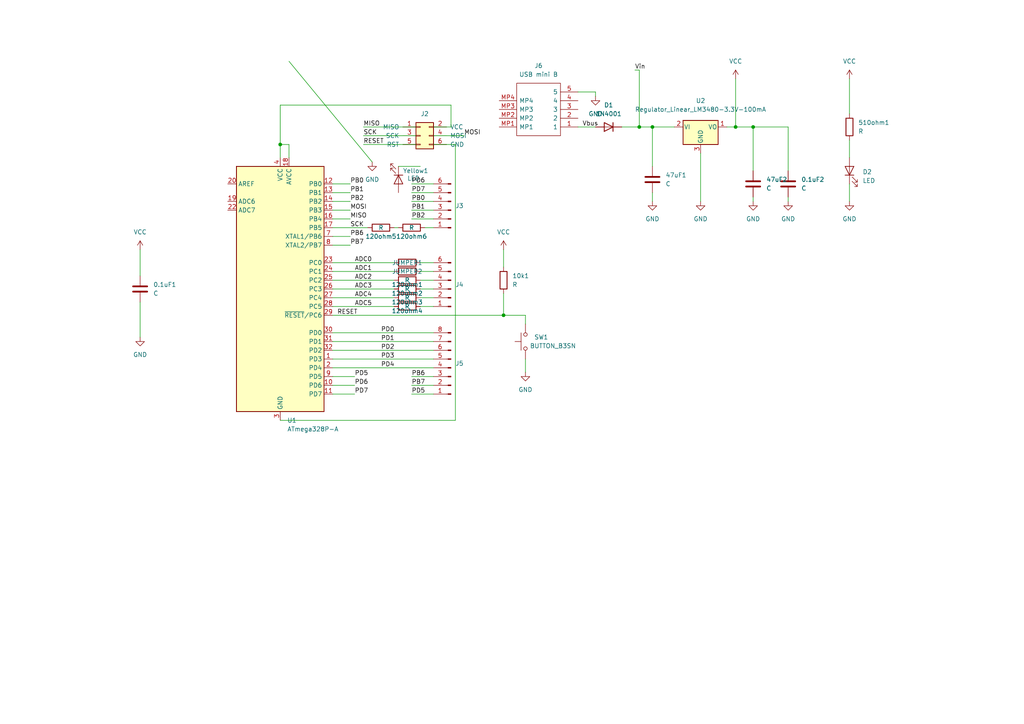
<source format=kicad_sch>
(kicad_sch (version 20211123) (generator eeschema)
  (paper "A4")
  (title_block (title "FabAc board Florian Becker") (date "2022-03-31"))
  (lib_symbols
    (symbol "Conn_PinHeader_2x03_P2.54mm_Vertical_SMD_1" (pin_names (offset 1.016))
      (property "Reference" "J?" (at 1.27 8.89 0))
      (property "Value" "Conn_PinHeader_2x03_P2.54mm_Vertical_SMD" (at 1.27 6.35 0))
      (symbol "Conn_PinHeader_2x03_P2.54mm_Vertical_SMD_1_1_1"
        (rectangle (start -1.27 -2.413) (end 0 -2.667) (stroke (width 0.1524)))
        (rectangle (start -1.27 0.127) (end 0 -0.127) (stroke (width 0.1524)))
        (rectangle (start -1.27 2.667) (end 0 2.413) (stroke (width 0.1524)))
        (rectangle (start -1.27 3.81) (end 3.81 -3.81) (stroke (width 0.254)) (fill (type background)))
        (rectangle (start 3.81 -2.413) (end 2.54 -2.667) (stroke (width 0.1524)))
        (rectangle (start 3.81 0.127) (end 2.54 -0.127) (stroke (width 0.1524)))
        (rectangle (start 3.81 2.667) (end 2.54 2.413) (stroke (width 0.1524)))
        (pin passive line (at -1.27 2.54 180) (length 3.81) (name "MISO") (number "1"))
        (pin passive line (at 3.81 2.54 0) (length 3.81) (name "VCC") (number "2"))
        (pin passive line (at -1.27 0 180) (length 3.81) (name "SCK") (number "3"))
        (pin passive line (at 3.81 0 0) (length 3.81) (name "MOSI") (number "4"))
        (pin passive line (at -1.27 -2.54 180) (length 3.81) (name "RST") (number "5"))
        (pin passive line (at 3.81 -2.54 0) (length 3.81) (name "GND") (number "6"))
      )
    )
    (symbol "Diode:1N4001" (pin_numbers hide) (pin_names (offset 1.016) hide)
      (property "Reference" "D" (at 0 2.54 0))
      (property "Value" "1N4001" (at 0 -2.54 0))
      (symbol "1N4001_0_1"
        (polyline (pts (xy -1.27 1.27) (xy -1.27 -1.27)) (stroke (width 0.254)))
        (polyline (pts (xy 1.27 0) (xy -1.27 0)))
        (polyline (pts (xy 1.27 1.27) (xy 1.27 -1.27) (xy -1.27 0) (xy 1.27 1.27)) (stroke (width 0.254)))
      )
      (symbol "1N4001_1_1"
        (pin passive line (at -3.81 0 0) (length 2.54) (name "K") (number "1"))
        (pin passive line (at 3.81 0 180) (length 2.54) (name "A") (number "2"))
      )
    )
    (symbol "MCU_Microchip_ATmega:ATmega328P-A"
      (property "Reference" "U" (at -12.7 36.83 0))
      (property "Value" "ATmega328P-A" (at 2.54 -36.83 0))
      (symbol "ATmega328P-A_0_1"
        (rectangle (start -12.7 -35.56) (end 12.7 35.56) (stroke (width 0.254)) (fill (type background)))
      )
      (symbol "ATmega328P-A_1_1"
        (pin bidirectional line (at 15.24 -20.32 180) (length 2.54) (name "PD3") (number "1"))
        (pin bidirectional line (at 15.24 -27.94 180) (length 2.54) (name "PD6") (number "10"))
        (pin bidirectional line (at 15.24 -30.48 180) (length 2.54) (name "PD7") (number "11"))
        (pin bidirectional line (at 15.24 30.48 180) (length 2.54) (name "PB0") (number "12"))
        (pin bidirectional line (at 15.24 27.94 180) (length 2.54) (name "PB1") (number "13"))
        (pin bidirectional line (at 15.24 25.4 180) (length 2.54) (name "PB2") (number "14"))
        (pin bidirectional line (at 15.24 22.86 180) (length 2.54) (name "PB3") (number "15"))
        (pin bidirectional line (at 15.24 20.32 180) (length 2.54) (name "PB4") (number "16"))
        (pin bidirectional line (at 15.24 17.78 180) (length 2.54) (name "PB5") (number "17"))
        (pin power_in line (at 2.54 38.1 270) (length 2.54) (name "AVCC") (number "18"))
        (pin input line (at -15.24 25.4 0) (length 2.54) (name "ADC6") (number "19"))
        (pin bidirectional line (at 15.24 -22.86 180) (length 2.54) (name "PD4") (number "2"))
        (pin passive line (at -15.24 30.48 0) (length 2.54) (name "AREF") (number "20"))
        (pin passive line (at 0 -38.1 90) (length 2.54) hide (name "GND") (number "21"))
        (pin input line (at -15.24 22.86 0) (length 2.54) (name "ADC7") (number "22"))
        (pin bidirectional line (at 15.24 7.62 180) (length 2.54) (name "PC0") (number "23"))
        (pin bidirectional line (at 15.24 5.08 180) (length 2.54) (name "PC1") (number "24"))
        (pin bidirectional line (at 15.24 2.54 180) (length 2.54) (name "PC2") (number "25"))
        (pin bidirectional line (at 15.24 0 180) (length 2.54) (name "PC3") (number "26"))
        (pin bidirectional line (at 15.24 -2.54 180) (length 2.54) (name "PC4") (number "27"))
        (pin bidirectional line (at 15.24 -5.08 180) (length 2.54) (name "PC5") (number "28"))
        (pin bidirectional line (at 15.24 -7.62 180) (length 2.54) (name "~{RESET}/PC6") (number "29"))
        (pin power_in line (at 0 -38.1 90) (length 2.54) (name "GND") (number "3"))
        (pin bidirectional line (at 15.24 -12.7 180) (length 2.54) (name "PD0") (number "30"))
        (pin bidirectional line (at 15.24 -15.24 180) (length 2.54) (name "PD1") (number "31"))
        (pin bidirectional line (at 15.24 -17.78 180) (length 2.54) (name "PD2") (number "32"))
        (pin power_in line (at 0 38.1 270) (length 2.54) (name "VCC") (number "4"))
        (pin passive line (at 0 -38.1 90) (length 2.54) hide (name "GND") (number "5"))
        (pin passive line (at 0 38.1 270) (length 2.54) hide (name "VCC") (number "6"))
        (pin bidirectional line (at 15.24 15.24 180) (length 2.54) (name "XTAL1/PB6") (number "7"))
        (pin bidirectional line (at 15.24 12.7 180) (length 2.54) (name "XTAL2/PB7") (number "8"))
        (pin bidirectional line (at 15.24 -25.4 180) (length 2.54) (name "PD5") (number "9"))
      )
    )
    (symbol "SamacSys_Parts:USB2066-05-RBHM-15-STB-00-00-A" (pin_names (offset 0.762))
      (property "Reference" "J" (at 19.05 7.62 0))
      (property "Value" "USB2066-05-RBHM-15-STB-00-00-A" (at 19.05 5.08 0))
      (symbol "USB2066-05-RBHM-15-STB-00-00-A_0_0"
        (pin passive line (at 0 0 0) (length 5.08) (name "1") (number "1"))
        (pin passive line (at 0 -2.54 0) (length 5.08) (name "2") (number "2"))
        (pin passive line (at 0 -5.08 0) (length 5.08) (name "3") (number "3"))
        (pin passive line (at 0 -7.62 0) (length 5.08) (name "4") (number "4"))
        (pin passive line (at 0 -10.16 0) (length 5.08) (name "5") (number "5"))
        (pin passive line (at 22.86 0 180) (length 5.08) (name "MP1") (number "MP1"))
        (pin passive line (at 22.86 -2.54 180) (length 5.08) (name "MP2") (number "MP2"))
        (pin passive line (at 22.86 -5.08 180) (length 5.08) (name "MP3") (number "MP3"))
        (pin passive line (at 22.86 -7.62 180) (length 5.08) (name "MP4") (number "MP4"))
      )
      (symbol "USB2066-05-RBHM-15-STB-00-00-A_0_1"
        (polyline (pts (xy 5.08 2.54) (xy 17.78 2.54) (xy 17.78 -12.7) (xy 5.08 -12.7) (xy 5.08 2.54)) (stroke (width 0.1524)))
      )
    )
    (symbol "fab:BUTTON_B3SN" (pin_numbers hide) (pin_names (offset 1.016) hide)
      (property "Reference" "SW" (at 1.27 2.54 0))
      (property "Value" "BUTTON_B3SN" (at 0 -1.524 0))
      (symbol "BUTTON_B3SN_0_1"
        (circle (center -2.032 0) (radius 0.508))
        (polyline (pts (xy 0 1.27) (xy 0 3.048)))
        (polyline (pts (xy 2.54 1.27) (xy -2.54 1.27)))
        (circle (center 2.032 0) (radius 0.508))
        (pin passive line (at -5.08 0 0) (length 2.54) (name "1") (number "1"))
        (pin passive line (at 5.08 0 180) (length 2.54) (name "2") (number "2"))
      )
    )
    (symbol "fab:C" (pin_numbers hide) (pin_names (offset 0.254))
      (property "Reference" "C" (at 0.635 2.54 0))
      (property "Value" "C" (at 0.635 -2.54 0))
      (symbol "C_0_1"
        (polyline (pts (xy -2.032 -0.762) (xy 2.032 -0.762)) (stroke (width 0.508)))
        (polyline (pts (xy -2.032 0.762) (xy 2.032 0.762)) (stroke (width 0.508)))
      )
      (symbol "C_1_1"
        (pin passive line (at 0 3.81 270) (length 2.794) (name "~") (number "1"))
        (pin passive line (at 0 -3.81 90) (length 2.794) (name "~") (number "2"))
      )
    )
    (symbol "fab:Conn_PinHeader_1x06_P2.54mm_Horizontal_SMD" (pin_names (offset 1.016) hide)
      (property "Reference" "J" (at 0 7.62 0))
      (property "Value" "Conn_PinHeader_1x06_P2.54mm_Horizontal_SMD" (at 0 -10.16 0))
      (symbol "Conn_PinHeader_1x06_P2.54mm_Horizontal_SMD_1_1"
        (polyline (pts (xy 1.27 -7.62) (xy 0.8636 -7.62)) (stroke (width 0.1524)))
        (polyline (pts (xy 1.27 -5.08) (xy 0.8636 -5.08)) (stroke (width 0.1524)))
        (polyline (pts (xy 1.27 -2.54) (xy 0.8636 -2.54)) (stroke (width 0.1524)))
        (polyline (pts (xy 1.27 0) (xy 0.8636 0)) (stroke (width 0.1524)))
        (polyline (pts (xy 1.27 2.54) (xy 0.8636 2.54)) (stroke (width 0.1524)))
        (polyline (pts (xy 1.27 5.08) (xy 0.8636 5.08)) (stroke (width 0.1524)))
        (rectangle (start 0.8636 -7.493) (end 0 -7.747) (stroke (width 0.1524)) (fill (type outline)))
        (rectangle (start 0.8636 -4.953) (end 0 -5.207) (stroke (width 0.1524)) (fill (type outline)))
        (rectangle (start 0.8636 -2.413) (end 0 -2.667) (stroke (width 0.1524)) (fill (type outline)))
        (rectangle (start 0.8636 0.127) (end 0 -0.127) (stroke (width 0.1524)) (fill (type outline)))
        (rectangle (start 0.8636 2.667) (end 0 2.413) (stroke (width 0.1524)) (fill (type outline)))
        (rectangle (start 0.8636 5.207) (end 0 4.953) (stroke (width 0.1524)) (fill (type outline)))
        (pin passive line (at 5.08 5.08 180) (length 3.81) (name "Pin_1") (number "1"))
        (pin passive line (at 5.08 2.54 180) (length 3.81) (name "Pin_2") (number "2"))
        (pin passive line (at 5.08 0 180) (length 3.81) (name "Pin_3") (number "3"))
        (pin passive line (at 5.08 -2.54 180) (length 3.81) (name "Pin_4") (number "4"))
        (pin passive line (at 5.08 -5.08 180) (length 3.81) (name "Pin_5") (number "5"))
        (pin passive line (at 5.08 -7.62 180) (length 3.81) (name "Pin_6") (number "6"))
      )
    )
    (symbol "fab:Conn_PinHeader_1x08_P2.54mm_Horizontal_SMD" (pin_names (offset 1.016) hide)
      (property "Reference" "J" (at 0 10.16 0))
      (property "Value" "Conn_PinHeader_1x08_P2.54mm_Horizontal_SMD" (at 0 -12.7 0))
      (symbol "Conn_PinHeader_1x08_P2.54mm_Horizontal_SMD_1_1"
        (polyline (pts (xy 1.27 -10.16) (xy 0.8636 -10.16)) (stroke (width 0.1524)))
        (polyline (pts (xy 1.27 -7.62) (xy 0.8636 -7.62)) (stroke (width 0.1524)))
        (polyline (pts (xy 1.27 -5.08) (xy 0.8636 -5.08)) (stroke (width 0.1524)))
        (polyline (pts (xy 1.27 -2.54) (xy 0.8636 -2.54)) (stroke (width 0.1524)))
        (polyline (pts (xy 1.27 0) (xy 0.8636 0)) (stroke (width 0.1524)))
        (polyline (pts (xy 1.27 2.54) (xy 0.8636 2.54)) (stroke (width 0.1524)))
        (polyline (pts (xy 1.27 5.08) (xy 0.8636 5.08)) (stroke (width 0.1524)))
        (polyline (pts (xy 1.27 7.62) (xy 0.8636 7.62)) (stroke (width 0.1524)))
        (rectangle (start 0.8636 -10.033) (end 0 -10.287) (stroke (width 0.1524)) (fill (type outline)))
        (rectangle (start 0.8636 -7.493) (end 0 -7.747) (stroke (width 0.1524)) (fill (type outline)))
        (rectangle (start 0.8636 -4.953) (end 0 -5.207) (stroke (width 0.1524)) (fill (type outline)))
        (rectangle (start 0.8636 -2.413) (end 0 -2.667) (stroke (width 0.1524)) (fill (type outline)))
        (rectangle (start 0.8636 0.127) (end 0 -0.127) (stroke (width 0.1524)) (fill (type outline)))
        (rectangle (start 0.8636 2.667) (end 0 2.413) (stroke (width 0.1524)) (fill (type outline)))
        (rectangle (start 0.8636 5.207) (end 0 4.953) (stroke (width 0.1524)) (fill (type outline)))
        (rectangle (start 0.8636 7.747) (end 0 7.493) (stroke (width 0.1524)) (fill (type outline)))
        (pin passive line (at 5.08 7.62 180) (length 3.81) (name "Pin_1") (number "1"))
        (pin passive line (at 5.08 5.08 180) (length 3.81) (name "Pin_2") (number "2"))
        (pin passive line (at 5.08 2.54 180) (length 3.81) (name "Pin_3") (number "3"))
        (pin passive line (at 5.08 0 180) (length 3.81) (name "Pin_4") (number "4"))
        (pin passive line (at 5.08 -2.54 180) (length 3.81) (name "Pin_5") (number "5"))
        (pin passive line (at 5.08 -5.08 180) (length 3.81) (name "Pin_6") (number "6"))
        (pin passive line (at 5.08 -7.62 180) (length 3.81) (name "Pin_7") (number "7"))
        (pin passive line (at 5.08 -10.16 180) (length 3.81) (name "Pin_8") (number "8"))
      )
    )
    (symbol "fab:LED" (pin_numbers hide) (pin_names (offset 1.016) hide)
      (property "Reference" "D" (at 0 2.54 0))
      (property "Value" "LED" (at 0 -2.54 0))
      (symbol "LED_0_1"
        (polyline (pts (xy -1.27 -1.27) (xy -1.27 1.27)) (stroke (width 0.2032)))
        (polyline (pts (xy -1.27 0) (xy 1.27 0)))
        (polyline (pts (xy 1.27 -1.27) (xy 1.27 1.27) (xy -1.27 0) (xy 1.27 -1.27)) (stroke (width 0.2032)))
        (polyline (pts (xy -3.048 -0.762) (xy -4.572 -2.286) (xy -3.81 -2.286) (xy -4.572 -2.286) (xy -4.572 -1.524)))
        (polyline (pts (xy -1.778 -0.762) (xy -3.302 -2.286) (xy -2.54 -2.286) (xy -3.302 -2.286) (xy -3.302 -1.524)))
      )
      (symbol "LED_1_1"
        (pin passive line (at -3.81 0 0) (length 2.54) (name "K") (number "1"))
        (pin passive line (at 3.81 0 180) (length 2.54) (name "A") (number "2"))
      )
    )
    (symbol "fab:R" (pin_numbers hide) (pin_names (offset 0))
      (property "Reference" "R" (at 2.032 0 90))
      (property "Value" "R" (at 0 0 90))
      (symbol "R_0_1"
        (rectangle (start -1.016 -2.54) (end 1.016 2.54) (stroke (width 0.254)))
      )
      (symbol "R_1_1"
        (pin passive line (at 0 3.81 270) (length 1.27) (name "~") (number "1"))
        (pin passive line (at 0 -3.81 90) (length 1.27) (name "~") (number "2"))
      )
    )
    (symbol "fab:Regulator_Linear_LM3480-3.3V-100mA" (pin_names (offset 0.254))
      (property "Reference" "U" (at -3.81 3.175 0))
      (property "Value" "Regulator_Linear_LM3480-3.3V-100mA" (at 0 3.175 0))
      (symbol "Regulator_Linear_LM3480-3.3V-100mA_0_1"
        (rectangle (start -5.08 1.905) (end 5.08 -5.08) (stroke (width 0.254)) (fill (type background)))
      )
      (symbol "Regulator_Linear_LM3480-3.3V-100mA_1_1"
        (pin power_out line (at 7.62 0 180) (length 2.54) (name "VO") (number "1"))
        (pin power_in line (at -7.62 0 0) (length 2.54) (name "VI") (number "2"))
        (pin power_in line (at 0 -7.62 90) (length 2.54) (name "GND") (number "3"))
      )
    )
    (symbol "power:GND" (power) (pin_names (offset 0))
      (property "Value" "GND" (at 0 -3.81 0))
      (symbol "GND_0_1"
        (polyline (pts (xy 0 0) (xy 0 -1.27) (xy 1.27 -1.27) (xy 0 -2.54) (xy -1.27 -1.27) (xy 0 -1.27)))
      )
      (symbol "GND_1_1"
        (pin power_in line (at 0 0 270) (length 0) hide (name "GND") (number "1"))
      )
    )
    (symbol "power:VCC" (power) (pin_names (offset 0))
      (property "Value" "VCC" (at 0 3.81 0))
      (symbol "VCC_0_1"
        (polyline (pts (xy -0.762 1.27) (xy 0 2.54)))
        (polyline (pts (xy 0 0) (xy 0 2.54)))
        (polyline (pts (xy 0 2.54) (xy 0.762 1.27)))
      )
      (symbol "VCC_1_1"
        (pin power_in line (at 0 0 90) (length 0) hide (name "VCC") (number "1"))
      )
    )
  )
  (junction (at 185.42 36.83))
  (junction (at 213.36 36.83))
  (junction (at 146.05 91.44))
  (junction (at 189.23 36.83))
  (junction (at 218.44 36.83))
  (junction (at 81.28 41.91))
  (wire (pts (xy 146.05 85.09) (xy 146.05 91.44)))
  (wire (pts (xy 96.52 111.76) (xy 102.87 111.76)))
  (wire (pts (xy 119.38 114.3) (xy 125.73 114.3)))
  (wire (pts (xy 83.82 17.78) (xy 107.95 46.99)))
  (wire (pts (xy 119.38 111.76) (xy 125.73 111.76)))
  (wire (pts (xy 189.23 55.88) (xy 189.23 58.42)))
  (wire (pts (xy 96.52 91.44) (xy 146.05 91.44)))
  (wire (pts (xy 228.6 49.53) (xy 228.6 36.83)))
  (wire (pts (xy 218.44 36.83) (xy 213.36 36.83)))
  (wire (pts (xy 121.92 78.74) (xy 125.73 78.74)))
  (wire (pts (xy 119.38 63.5) (xy 125.73 63.5)))
  (wire (pts (xy 119.38 60.96) (xy 125.73 60.96)))
  (wire (pts (xy 132.08 41.91) (xy 125.73 41.91)))
  (wire (pts (xy 130.81 30.48) (xy 130.81 36.83)))
  (wire (pts (xy 96.52 66.04) (xy 106.68 66.04)))
  (wire (pts (xy 121.92 83.82) (xy 125.73 83.82)))
  (wire (pts (xy 96.52 104.14) (xy 125.73 104.14)))
  (wire (pts (xy 123.19 66.04) (xy 125.73 66.04)))
  (wire (pts (xy 121.92 88.9) (xy 125.73 88.9)))
  (wire (pts (xy 96.52 109.22) (xy 102.87 109.22)))
  (wire (pts (xy 146.05 72.39) (xy 146.05 77.47)))
  (wire (pts (xy 184.15 20.32) (xy 185.42 20.32)))
  (wire (pts (xy 121.92 86.36) (xy 125.73 86.36)))
  (wire (pts (xy 96.52 58.42) (xy 101.6 58.42)))
  (wire (pts (xy 81.28 41.91) (xy 81.28 30.48)))
  (wire (pts (xy 96.52 60.96) (xy 101.6 60.96)))
  (wire (pts (xy 96.52 106.68) (xy 125.73 106.68)))
  (wire (pts (xy 246.38 22.86) (xy 246.38 33.02)))
  (wire (pts (xy 83.82 45.72) (xy 83.82 41.91)))
  (wire (pts (xy 218.44 49.53) (xy 218.44 36.83)))
  (wire (pts (xy 96.52 55.88) (xy 101.6 55.88)))
  (wire (pts (xy 40.64 87.63) (xy 40.64 97.79)))
  (wire (pts (xy 189.23 36.83) (xy 189.23 48.26)))
  (wire (pts (xy 96.52 71.12) (xy 101.6 71.12)))
  (wire (pts (xy 167.64 36.83) (xy 172.72 36.83)))
  (wire (pts (xy 172.72 27.94) (xy 172.72 26.67)))
  (wire (pts (xy 218.44 57.15) (xy 218.44 58.42)))
  (wire (pts (xy 81.28 45.72) (xy 81.28 41.91)))
  (wire (pts (xy 130.81 36.83) (xy 125.73 36.83)))
  (wire (pts (xy 203.2 44.45) (xy 203.2 58.42)))
  (wire (pts (xy 114.3 66.04) (xy 115.57 66.04)))
  (wire (pts (xy 119.38 55.88) (xy 125.73 55.88)))
  (wire (pts (xy 96.52 114.3) (xy 102.87 114.3)))
  (wire (pts (xy 146.05 91.44) (xy 152.4 91.44)))
  (wire (pts (xy 246.38 53.34) (xy 246.38 58.42)))
  (wire (pts (xy 96.52 63.5) (xy 101.6 63.5)))
  (wire (pts (xy 96.52 81.28) (xy 114.3 81.28)))
  (wire (pts (xy 105.41 41.91) (xy 120.65 41.91)))
  (wire (pts (xy 96.52 76.2) (xy 114.3 76.2)))
  (wire (pts (xy 96.52 101.6) (xy 125.73 101.6)))
  (wire (pts (xy 189.23 36.83) (xy 195.58 36.83)))
  (wire (pts (xy 132.08 121.92) (xy 132.08 41.91)))
  (wire (pts (xy 213.36 36.83) (xy 213.36 22.86)))
  (wire (pts (xy 105.41 39.37) (xy 120.65 39.37)))
  (wire (pts (xy 121.92 76.2) (xy 125.73 76.2)))
  (wire (pts (xy 119.38 58.42) (xy 125.73 58.42)))
  (wire (pts (xy 246.38 40.64) (xy 246.38 45.72)))
  (wire (pts (xy 125.73 39.37) (xy 134.62 39.37)))
  (wire (pts (xy 185.42 36.83) (xy 189.23 36.83)))
  (wire (pts (xy 96.52 96.52) (xy 125.73 96.52)))
  (wire (pts (xy 96.52 53.34) (xy 101.6 53.34)))
  (wire (pts (xy 96.52 68.58) (xy 101.6 68.58)))
  (wire (pts (xy 210.82 36.83) (xy 213.36 36.83)))
  (wire (pts (xy 121.92 48.26) (xy 115.57 48.26)))
  (wire (pts (xy 119.38 109.22) (xy 125.73 109.22)))
  (wire (pts (xy 96.52 88.9) (xy 114.3 88.9)))
  (wire (pts (xy 119.38 53.34) (xy 125.73 53.34)))
  (wire (pts (xy 83.82 41.91) (xy 81.28 41.91)))
  (wire (pts (xy 185.42 20.32) (xy 185.42 36.83)))
  (wire (pts (xy 152.4 91.44) (xy 152.4 93.98)))
  (wire (pts (xy 81.28 30.48) (xy 130.81 30.48)))
  (wire (pts (xy 228.6 57.15) (xy 228.6 58.42)))
  (wire (pts (xy 121.92 81.28) (xy 125.73 81.28)))
  (wire (pts (xy 96.52 86.36) (xy 114.3 86.36)))
  (wire (pts (xy 96.52 83.82) (xy 114.3 83.82)))
  (wire (pts (xy 96.52 99.06) (xy 125.73 99.06)))
  (wire (pts (xy 81.28 121.92) (xy 132.08 121.92)))
  (wire (pts (xy 152.4 104.14) (xy 152.4 107.95)))
  (wire (pts (xy 96.52 78.74) (xy 114.3 78.74)))
  (wire (pts (xy 172.72 26.67) (xy 167.64 26.67)))
  (wire (pts (xy 228.6 36.83) (xy 218.44 36.83)))
  (wire (pts (xy 105.41 36.83) (xy 120.65 36.83)))
  (wire (pts (xy 180.34 36.83) (xy 185.42 36.83)))
  (wire (pts (xy 40.64 72.39) (xy 40.64 80.01)))
  (label "PB6" (at 101.6 68.58 0))
  (label "ADC2" (at 102.87 81.28 0))
  (label "ADC3" (at 102.87 83.82 0))
  (label "PD7" (at 119.38 55.88 0))
  (label "SCK" (at 105.41 39.37 0))
  (label "ADC4" (at 102.87 86.36 0))
  (label "PB7" (at 101.6 71.12 0))
  (label "RESET" (at 105.41 41.91 0))
  (label "PB1" (at 101.6 55.88 0))
  (label "PB0" (at 101.6 53.34 0))
  (label "PB0" (at 119.38 58.42 0))
  (label "MOSI" (at 134.62 39.37 0))
  (label "PB2" (at 101.6 58.42 0))
  (label "RESET" (at 97.79 91.44 0))
  (label "PD7" (at 102.87 114.3 0))
  (label "MISO" (at 105.41 36.83 0))
  (label "PD2" (at 110.49 101.6 0))
  (label "Vin" (at 184.15 20.32 0))
  (label "PD5" (at 119.38 114.3 0))
  (label "SCK" (at 101.6 66.04 0))
  (label "ADC5" (at 102.87 88.9 0))
  (label "PB6" (at 119.38 109.22 0))
  (label "PB2" (at 119.38 63.5 0))
  (label "PD4" (at 110.49 106.68 0))
  (label "PD0" (at 110.49 96.52 0))
  (label "PD5" (at 102.87 109.22 0))
  (label "MISO" (at 101.6 63.5 0))
  (label "PD3" (at 110.49 104.14 0))
  (label "ADC1" (at 102.87 78.74 0))
  (label "Vbus" (at 168.91 36.83 0))
  (label "PD6" (at 119.38 53.34 0))
  (label "ADC0" (at 102.87 76.2 0))
  (label "MOSI" (at 101.6 60.96 0))
  (label "PD6" (at 102.87 111.76 0))
  (label "PB1" (at 119.38 60.96 0))
  (label "PB7" (at 119.38 111.76 0))
  (label "PD1" (at 110.49 99.06 0))
  (symbol (lib_id "fab:BUTTON_B3SN") (at 152.4 99.06 90) (unit 1)
    (property "Reference" "SW1" (at 154.94 97.79 90) (effects (justify right)))
    (property "Value" "BUTTON_B3SN" (at 153.67 100.3299 90) (effects (justify right)))
    (property "Footprint" "fab:Button_Omron_B3SN_6x6mm" (effects hide))
    (property "Datasheet" "https://omronfs.omron.com/en_US/ecb/products/pdf/en-b3sn.pdf" (effects hide))
  )
  (symbol (lib_id "power:GND") (at 172.72 27.94 0) (unit 1)
    (property "Reference" "#PWR0102" (effects hide))
    (property "Value" "GND" (at 172.72 33.02 0))
  )
  (symbol (lib_id "fab:R") (at 246.38 36.83 180) (unit 1)
    (property "Reference" "510ohm1" (at 248.92 35.5599 0) (effects (justify right)))
    (property "Value" "R" (at 248.92 38.0999 0) (effects (justify right)))
    (property "Footprint" "fab:R_1206" (effects hide))
  )
  (symbol (lib_id "MCU_Microchip_ATmega:ATmega328P-A") (at 81.28 83.82 0) (unit 1)
    (property "Reference" "U1" (at 83.2994 121.92 0) (effects (justify left)))
    (property "Value" "ATmega328P-A" (at 83.2994 124.46 0) (effects (justify left)))
    (property "Footprint" "Package_QFP:TQFP-32_7x7mm_P0.8mm" (effects hide))
    (property "Datasheet" "http://ww1.microchip.com/downloads/en/DeviceDoc/ATmega328_P%20AVR%20MCU%20with%20picoPower%20Technology%20Data%20Sheet%2040001984A.pdf" (effects hide))
  )
  (symbol (lib_id "fab:Conn_PinHeader_1x06_P2.54mm_Horizontal_SMD") (at 130.81 60.96 180) (unit 1)
    (property "Reference" "J3" (at 132.08 59.6899 0) (effects (justify right)))
    (property "Value" "Conn_PinHeader_1x06_P2.54mm_Horizontal_SMD" (effects hide))
    (property "Footprint" "fab:PinHeader_1x06_P2.54mm_Horizontal_SMD" (effects hide))
  )
  (symbol (lib_id "fab:Regulator_Linear_LM3480-3.3V-100mA") (at 203.2 36.83 0) (unit 1)
    (property "Reference" "U2" (at 203.2 29.21 0))
    (property "Value" "Regulator_Linear_LM3480-3.3V-100mA" (at 203.2 31.75 0))
    (property "Footprint" "fab:SOT-23" (effects hide))
    (property "Datasheet" "https://www.ti.com/lit/ds/symlink/lm3480.pdf" (effects hide))
  )
  (symbol (lib_id "power:GND") (at 228.6 58.42 0) (unit 1)
    (property "Reference" "#PWR0112" (effects hide))
    (property "Value" "GND" (at 228.6 63.5 0))
  )
  (symbol (lib_id "fab:R") (at 119.38 66.04 90) (unit 1)
    (property "Reference" "120ohm6" (at 119.38 68.58 90))
    (property "Value" "R" (at 119.38 66.04 90))
    (property "Footprint" "fab:R_1206" (effects hide))
  )
  (symbol (lib_id "fab:R") (at 118.11 76.2 90) (unit 1)
    (property "Reference" "JUMPER1" (at 118.11 76.2 90))
    (property "Value" "R" (effects hide))
    (property "Footprint" "fab:R_1206" (effects hide))
  )
  (symbol (lib_id "power:GND") (at 152.4 107.95 0) (unit 1)
    (property "Reference" "#PWR0108" (effects hide))
    (property "Value" "GND" (at 152.4 113.03 0))
  )
  (symbol (lib_id "power:VCC") (at 246.38 22.86 0) (unit 1)
    (property "Reference" "#PWR0114" (effects hide))
    (property "Value" "VCC" (at 246.38 17.78 0))
  )
  (symbol (lib_id "power:VCC") (at 40.64 72.39 0) (unit 1)
    (property "Reference" "#PWR0105" (effects hide))
    (property "Value" "VCC" (at 40.64 67.31 0))
  )
  (symbol (lib_id "power:GND") (at 189.23 58.42 0) (unit 1)
    (property "Reference" "#PWR0109" (effects hide))
    (property "Value" "GND" (at 189.23 63.5 0))
  )
  (symbol (lib_id "power:VCC") (at 146.05 72.39 0) (unit 1)
    (property "Reference" "#PWR0107" (effects hide))
    (property "Value" "VCC" (at 146.05 67.31 0))
  )
  (symbol (lib_id "power:VCC") (at 213.36 22.86 0) (unit 1)
    (property "Reference" "#PWR0113" (effects hide))
    (property "Value" "VCC" (at 213.36 17.78 0))
  )
  (symbol (lib_id "SamacSys_Parts:USB2066-05-RBHM-15-STB-00-00-A") (at 167.64 36.83 180) (unit 1)
    (property "Reference" "J6" (at 156.21 19.05 0))
    (property "Value" "USB mini B" (at 156.21 21.59 0))
    (property "Footprint" "USB206605RBHM15STB0000A" (effects hide))
    (property "Description" "GCT (GLOBAL CONNECTOR TECHNOLOGY) - USB2066-05-RBHM-15-STB-00-00-A - USB Connector, Mini USB Type B, USB 2.0, Receptacle, 5 Positions, Surface Mount, Right Angle" (effects hide))
    (property "Height" "4.25" (effects hide))
    (property "Mouser Part Number" "640-2665RBHM15STB00A" (effects hide))
    (property "Mouser Price/Stock" "https://www.mouser.co.uk/ProductDetail/GCT/USB2066-05-RBHM-15-STB-00-00-A?qs=KUoIvG%2F9IlZEo87a0wQR%252BA%3D%3D" (effects hide))
    (property "Manufacturer_Name" "GCT (GLOBAL CONNECTOR TECHNOLOGY)" (effects hide))
    (property "Manufacturer_Part_Number" "USB2066-05-RBHM-15-STB-00-00-A" (effects hide))
  )
  (symbol (lib_id "fab:R") (at 118.11 88.9 90) (unit 1)
    (property "Reference" "120ohm4" (at 118.11 90.17 90))
    (property "Value" "R" (at 118.11 88.9 90))
    (property "Footprint" "fab:R_1206" (effects hide))
  )
  (symbol (lib_id "power:GND") (at 218.44 58.42 0) (unit 1)
    (property "Reference" "#PWR0110" (effects hide))
    (property "Value" "GND" (at 218.44 63.5 0))
  )
  (symbol (lib_id "fab:Conn_PinHeader_1x08_P2.54mm_Horizontal_SMD") (at 130.81 106.68 180) (unit 1)
    (property "Reference" "J5" (at 132.08 105.4099 0) (effects (justify right)))
    (property "Value" "Conn_PinHeader_1x08_P2.54mm_Horizontal_SMD" (effects hide))
    (property "Footprint" "fab:PinHeader_1x08_P2.54mm_Horizontal_SMD" (effects hide))
  )
  (symbol (lib_id "fab:C") (at 189.23 52.07 0) (unit 1)
    (property "Reference" "47uF1" (at 193.04 50.7999 0) (effects (justify left)))
    (property "Value" "C" (at 193.04 53.3399 0) (effects (justify left)))
    (property "Footprint" "fab:C_1206" (effects hide))
  )
  (symbol (lib_id "fab:R") (at 118.11 83.82 90) (unit 1)
    (property "Reference" "120ohm2" (at 118.11 85.09 90))
    (property "Value" "R" (at 118.11 83.82 90))
    (property "Footprint" "fab:R_1206" (effects hide))
  )
  (symbol (lib_id "power:GND") (at 107.95 46.99 0) (unit 1)
    (property "Reference" "#PWR0101" (effects hide))
    (property "Value" "GND" (at 107.95 52.07 0))
  )
  (symbol (lib_id "fab:C") (at 218.44 53.34 0) (unit 1)
    (property "Reference" "47uF2" (at 222.25 52.0699 0) (effects (justify left)))
    (property "Value" "C" (at 222.25 54.6099 0) (effects (justify left)))
    (property "Footprint" "fab:C_1206" (effects hide))
  )
  (symbol (lib_id "Diode:1N4001") (at 176.53 36.83 180) (unit 1)
    (property "Reference" "D1" (at 176.53 30.48 0))
    (property "Value" "1N4001" (at 176.53 33.02 0))
    (property "Footprint" "Diode_THT:D_DO-41_SOD81_P10.16mm_Horizontal" (effects hide))
    (property "Datasheet" "http://www.vishay.com/docs/88503/1n4001.pdf" (effects hide))
  )
  (symbol (lib_id "power:GND") (at 246.38 58.42 0) (unit 1)
    (property "Reference" "#PWR0115" (effects hide))
    (property "Value" "GND" (at 246.38 63.5 0))
  )
  (symbol (lib_id "power:GND") (at 40.64 97.79 0) (unit 1)
    (property "Reference" "#PWR0106" (effects hide))
    (property "Value" "GND" (at 40.64 102.87 0))
  )
  (symbol (lib_id "fab:R") (at 146.05 81.28 0) (unit 1)
    (property "Reference" "10k1" (at 148.59 80.0099 0) (effects (justify left)))
    (property "Value" "R" (at 148.59 82.5499 0) (effects (justify left)))
    (property "Footprint" "fab:R_1206" (effects hide))
  )
  (symbol (lib_id "fab:LED") (at 115.57 52.07 270) (unit 1)
    (property "Reference" "Yellow1" (at 116.84 49.53 90) (effects (justify left)))
    (property "Value" "LED" (at 118.11 51.7397 90) (effects (justify left)))
    (property "Footprint" "fab:LED_1206" (effects hide))
    (property "Datasheet" "https://optoelectronics.liteon.com/upload/download/DS-22-98-0002/LTST-C150CKT.pdf" (effects hide))
  )
  (symbol (lib_id "fab:C") (at 40.64 83.82 0) (unit 1)
    (property "Reference" "0.1uF1" (at 44.45 82.5499 0) (effects (justify left)))
    (property "Value" "C" (at 44.45 85.0899 0) (effects (justify left)))
    (property "Footprint" "fab:C_1206" (effects hide))
  )
  (symbol (lib_id "power:GND") (at 203.2 58.42 0) (unit 1)
    (property "Reference" "#PWR0111" (effects hide))
    (property "Value" "GND" (at 203.2 63.5 0))
  )
  (symbol (lib_id "fab:R") (at 118.11 86.36 90) (unit 1)
    (property "Reference" "120ohm3" (at 118.11 87.63 90))
    (property "Value" "R" (at 118.11 86.36 90))
    (property "Footprint" "fab:R_1206" (effects hide))
  )
  (symbol (lib_id "fab:R") (at 118.11 81.28 90) (unit 1)
    (property "Reference" "120ohm1" (at 118.11 82.55 90))
    (property "Value" "R" (at 118.11 81.28 90))
    (property "Footprint" "fab:R_1206" (effects hide))
  )
  (symbol (lib_id "fab:R") (at 118.11 78.74 90) (unit 1)
    (property "Reference" "JUMPER2" (at 118.11 78.74 90))
    (property "Value" "R" (effects hide))
    (property "Footprint" "fab:R_1206" (effects hide))
  )
  (symbol (lib_id "fab:Conn_PinHeader_1x06_P2.54mm_Horizontal_SMD") (at 130.81 83.82 180) (unit 1)
    (property "Reference" "J4" (at 132.08 82.5499 0) (effects (justify right)))
    (property "Value" "Conn_PinHeader_1x06_P2.54mm_Horizontal_SMD" (effects hide))
    (property "Footprint" "fab:PinHeader_1x06_P2.54mm_Horizontal_SMD" (effects hide))
  )
  (symbol (lib_name "Conn_PinHeader_2x03_P2.54mm_Vertical_SMD_1") (lib_id "fab:Conn_PinHeader_2x03_P2.54mm_Vertical_SMD") (at 121.92 39.37 0) (unit 1)
    (property "Reference" "J2" (at 123.19 33.02 0))
    (property "Value" "Conn_PinHeader_2x03_P2.54mm_Vertical_SMD" (effects hide))
    (property "Footprint" "fab:PinHeader_2x03_P2.54mm_Vertical_SMD" (effects hide))
    (property "Datasheet" "https://cdn.amphenol-icc.com/media/wysiwyg/files/drawing/95278.pdf" (effects hide))
  )
  (symbol (lib_id "fab:R") (at 110.49 66.04 90) (unit 1)
    (property "Reference" "120ohm5" (at 110.49 68.58 90))
    (property "Value" "R" (at 110.49 66.04 90))
    (property "Footprint" "fab:R_1206" (effects hide))
  )
  (symbol (lib_id "fab:C") (at 228.6 53.34 0) (unit 1)
    (property "Reference" "0.1uF2" (at 232.41 52.0699 0) (effects (justify left)))
    (property "Value" "C" (at 232.41 54.6099 0) (effects (justify left)))
    (property "Footprint" "fab:C_1206" (effects hide))
  )
  (symbol (lib_id "fab:LED") (at 246.38 49.53 90) (unit 1)
    (property "Reference" "D2" (at 250.19 49.8601 90) (effects (justify right)))
    (property "Value" "LED" (at 250.19 52.4001 90) (effects (justify right)))
    (property "Footprint" "fab:LED_1206" (effects hide))
    (property "Datasheet" "https://optoelectronics.liteon.com/upload/download/DS-22-98-0002/LTST-C150CKT.pdf" (effects hide))
  )
)
</source>
